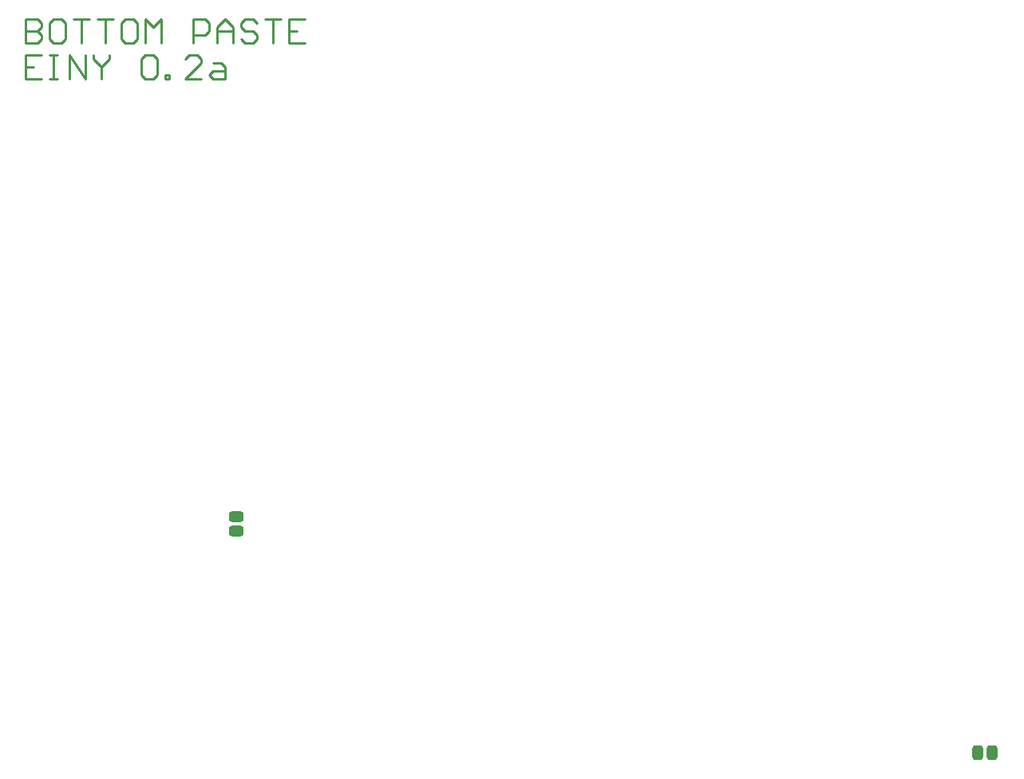
<source format=gbp>
G04 Layer_Color=128*
%FSLAX25Y25*%
%MOIN*%
G70*
G01*
G75*
%ADD68C,0.01000*%
G04:AMPARAMS|DCode=267|XSize=44mil|YSize=61mil|CornerRadius=10.5mil|HoleSize=0mil|Usage=FLASHONLY|Rotation=270.000|XOffset=0mil|YOffset=0mil|HoleType=Round|Shape=RoundedRectangle|*
%AMROUNDEDRECTD267*
21,1,0.04400,0.04000,0,0,270.0*
21,1,0.02300,0.06100,0,0,270.0*
1,1,0.02100,-0.02000,-0.01150*
1,1,0.02100,-0.02000,0.01150*
1,1,0.02100,0.02000,0.01150*
1,1,0.02100,0.02000,-0.01150*
%
%ADD267ROUNDEDRECTD267*%
G04:AMPARAMS|DCode=268|XSize=44mil|YSize=61mil|CornerRadius=10.5mil|HoleSize=0mil|Usage=FLASHONLY|Rotation=180.000|XOffset=0mil|YOffset=0mil|HoleType=Round|Shape=RoundedRectangle|*
%AMROUNDEDRECTD268*
21,1,0.04400,0.04000,0,0,180.0*
21,1,0.02300,0.06100,0,0,180.0*
1,1,0.02100,-0.01150,0.02000*
1,1,0.02100,0.01150,0.02000*
1,1,0.02100,0.01150,-0.02000*
1,1,0.02100,-0.01150,-0.02000*
%
%ADD268ROUNDEDRECTD268*%
G54D68*
X6664Y382497D02*
X0D01*
Y372500D01*
X6664D01*
X0Y377498D02*
X3332D01*
X9997Y382497D02*
X13329D01*
X11663D01*
Y372500D01*
X9997D01*
X13329D01*
X18327D02*
Y382497D01*
X24992Y372500D01*
Y382497D01*
X28324D02*
Y380831D01*
X31656Y377498D01*
X34989Y380831D01*
Y382497D01*
X31656Y377498D02*
Y372500D01*
X48318Y380831D02*
X49984Y382497D01*
X53316D01*
X54982Y380831D01*
Y374166D01*
X53316Y372500D01*
X49984D01*
X48318Y374166D01*
Y380831D01*
X58315Y372500D02*
Y374166D01*
X59981D01*
Y372500D01*
X58315D01*
X73310D02*
X66645D01*
X73310Y379165D01*
Y380831D01*
X71644Y382497D01*
X68311D01*
X66645Y380831D01*
X78308Y379165D02*
X81640D01*
X83306Y377498D01*
Y372500D01*
X78308D01*
X76642Y374166D01*
X78308Y375832D01*
X83306D01*
X0Y397497D02*
Y387500D01*
X4998D01*
X6664Y389166D01*
Y390832D01*
X4998Y392498D01*
X0D01*
X4998D01*
X6664Y394164D01*
Y395831D01*
X4998Y397497D01*
X0D01*
X14995D02*
X11663D01*
X9997Y395831D01*
Y389166D01*
X11663Y387500D01*
X14995D01*
X16661Y389166D01*
Y395831D01*
X14995Y397497D01*
X19994D02*
X26658D01*
X23326D01*
Y387500D01*
X29990Y397497D02*
X36655D01*
X33323D01*
Y387500D01*
X44985Y397497D02*
X41653D01*
X39987Y395831D01*
Y389166D01*
X41653Y387500D01*
X44985D01*
X46652Y389166D01*
Y395831D01*
X44985Y397497D01*
X49984Y387500D02*
Y397497D01*
X53316Y394164D01*
X56648Y397497D01*
Y387500D01*
X69977D02*
Y397497D01*
X74976D01*
X76642Y395831D01*
Y392498D01*
X74976Y390832D01*
X69977D01*
X79974Y387500D02*
Y394164D01*
X83306Y397497D01*
X86639Y394164D01*
Y387500D01*
Y392498D01*
X79974D01*
X96635Y395831D02*
X94969Y397497D01*
X91637D01*
X89971Y395831D01*
Y394164D01*
X91637Y392498D01*
X94969D01*
X96635Y390832D01*
Y389166D01*
X94969Y387500D01*
X91637D01*
X89971Y389166D01*
X99968Y397497D02*
X106632D01*
X103300D01*
Y387500D01*
X116629Y397497D02*
X109965D01*
Y387500D01*
X116629D01*
X109965Y392498D02*
X113297D01*
G54D267*
X87919Y183541D02*
D03*
Y189541D02*
D03*
G54D268*
X397700Y91000D02*
D03*
X403700D02*
D03*
M02*

</source>
